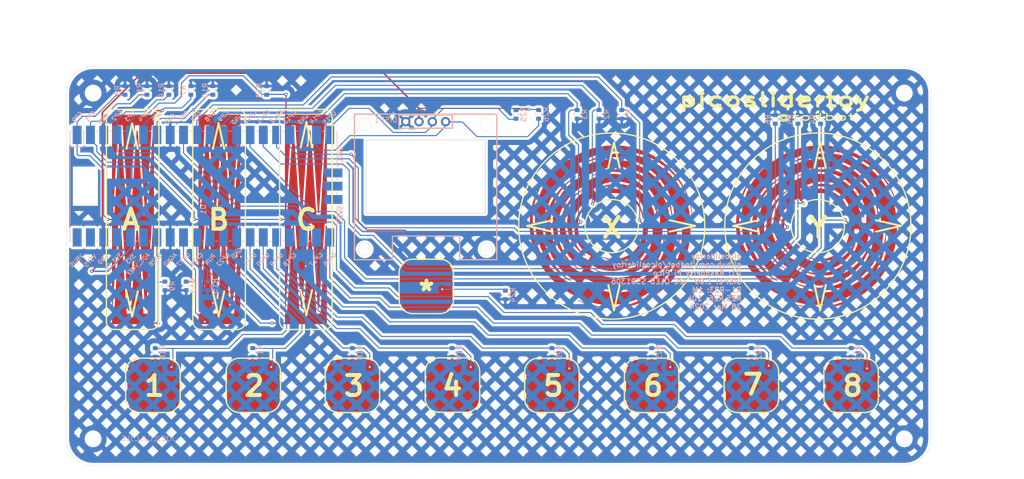
<source format=kicad_pcb>
(kicad_pcb (version 20240108) (generator "pcbnew") (generator_version "8.0")
  (layers (0 "F.Cu" signal) (31 "B.Cu" signal) (34 "B.Paste" user) (35 "F.Paste" user) (36 "B.SilkS" user "B.Silkscreen") (37 "F.SilkS" user "F.Silkscreen") (38 "B.Mask" user) (39 "F.Mask" user) (44 "Edge.Cuts" user))
  (net 0 "")
  (net 9 "/SCL")
  (net 10 "/SDA")
  (net 11 "/TPAD1")
  (net 12 "/TPAD2")
  (net 13 "+3V3")
  (net 14 "GND")
  (net 15 "/TPAD3")
  (net 16 "/TPAD4")
  (net 17 "/FADER1B")
  (net 18 "/FADER1C")
  (net 19 "/FADER1A")
  (net 20 "/FADER2A")
  (net 21 "/FADER2C")
  (net 22 "/FADER2B")
  (net 23 "/FADER3C")
  (net 24 "/FADER3B")
  (net 25 "/FADER3A")
  (net 26 "/ROT1A")
  (net 27 "/ROT1B")
  (net 28 "/ROT1C")
  (net 29 "/ROT2A")
  (net 30 "/ROT2B")
  (net 31 "/ROT2C")
  (net 32 "/TPAD5")
  (net 33 "/TPAD6")
  (net 34 "/TPAD7")
  (net 35 "/TPAD8")
  (net 36 "/TPAD9")
  (footprint "SparkFun-Switch:Pad-CapacitiveTouch" (layer "F.Cu") (at 156.329998 86.36)
    (property "Reference" "SW7")
    (property "Value" "Capacitive Button" (hide yes))
  )
  (footprint "MountingHole:MountingHole_2.7mm_M2.5" (layer "F.Cu") (at 185.42 30.48)
    (property "Reference" "H3" (hide yes))
    (property "Value" "MountingHole" (hide yes))
  )
  (footprint "SparkFun-Switch:Pad-CapacitiveTouch" (layer "F.Cu") (at 80.129998 86.36)
    (property "Reference" "SW3")
    (property "Value" "Capacitive Button" (hide yes))
  )
  (footprint "MountingHole:MountingHole_2.7mm_M2.5_ISO14580" (layer "F.Cu") (at 30.48 30.48)
    (property "Reference" "H1" (hide yes))
    (property "Value" "MountingHole" (hide yes))
  )
  (footprint "SparkFun-Switch:Pad-CapacitiveTouch" (layer "F.Cu") (at 99.179998 86.36)
    (property "Reference" "SW4")
    (property "Value" "Capacitive Button" (hide yes))
  )
  (footprint "SparkFun-Switch:Pad-CapacitiveTouch" (layer "F.Cu") (at 175.379998 86.36)
    (property "Reference" "SW8")
    (property "Value" "Capacitive Button" (hide yes))
  )
  (footprint "todbot_eagle2023:TOUCHROTARY1B" (layer "F.Cu") (at 129.494896 55.876893)
    (property "Reference" "TOUCHROTARY1" (hide yes))
    (property "Value" "~" (hide yes))
  )
  (footprint "SparkFun-Switch:Pad-CapacitiveTouch" (layer "F.Cu") (at 61.079998 86.36)
    (property "Reference" "SW2")
    (property "Value" "Capacitive Button" (hide yes))
  )
  (footprint "SparkFun-Switch:Pad-CapacitiveTouch" (layer "F.Cu") (at 42.029998 86.36)
    (property "Reference" "SW1")
    (property "Value" "Capacitive Button" (hide yes))
  )
  (footprint "SparkFun-Switch:Pad-CapacitiveTouch" (layer "F.Cu") (at 118.229998 86.36)
    (property "Reference" "SW5")
    (property "Value" "Capacitive Button" (hide yes))
  )
  (footprint "MountingHole:MountingHole_2.7mm_M2.5" (layer "F.Cu") (at 185.42 96.52)
    (property "Reference" "H4" (hide yes))
    (property "Value" "MountingHole" (hide yes))
  )
  (footprint "todbot_eagle2023:TOUCHROTARY1B" (layer "F.Cu") (at 168.91 55.876893)
    (property "Reference" "TOUCHROTARY2" (hide yes))
    (property "Value" "~" (hide yes))
  )
  (footprint "todbot_eagle2023:TOUCHSLIDER3_8x40B" (layer "F.Cu") (at 38.1 54.61)
    (property "Reference" "FADER1" (hide yes))
    (property "Value" "~" (hide yes))
  )
  (footprint "todbot_stuff:OLED-TH_under_fixed_L27.8-W27.2-P2.54_C9900033791" (layer "F.Cu") (at 94 35.94)
    (property "Reference" "DISP1")
    (property "Value" "HS96L03W2C03")
    (fp_rect (start -11.375 3.5) (end 11.375 17.5) (stroke (width 0.1)) (fill none) (layer "Edge.Cuts"))
    (fp_circle (center -11.65 0.56) (end -10.45 0.56) (stroke (width 0.05)) (fill none) (layer "Edge.Cuts"))
    (fp_circle (center -11.65 24.36) (end -10.45 24.36) (stroke (width 0.05)) (fill none) (layer "Edge.Cuts"))
    (fp_circle (center 11.65 0.56) (end 12.85 0.56) (stroke (width 0.05)) (fill none) (layer "Edge.Cuts"))
    (fp_circle (center 11.65 24.36) (end 12.85 24.36) (stroke (width 0.05)) (fill none) (layer "Edge.Cuts"))
  )
  (footprint "todbot_eagle2023:TOUCHSLIDER3_8x40B" (layer "F.Cu") (at 71.12 54.61)
    (property "Reference" "FADER3" (hide yes))
    (property "Value" "~" (hide yes))
  )
  (footprint "SparkFun-Switch:Pad-CapacitiveTouch" (layer "F.Cu") (at 94.1 67.4)
    (property "Reference" "SW9")
    (property "Value" "Capacitive Button")
  )
  (footprint "todbot_eagle2023:TOUCHSLIDER3_8x40B" (layer "F.Cu") (at 54.61 54.61)
    (property "Reference" "FADER2" (hide yes))
    (property "Value" "~" (hide yes))
  )
  (footprint "MountingHole:MountingHole_2.7mm_M2.5_ISO14580" (layer "F.Cu") (at 30.48 96.52)
    (property "Reference" "H2" (hide yes))
    (property "Value" "MountingHole" (hide yes))
  )
  (footprint "SparkFun-Switch:Pad-CapacitiveTouch" (layer "F.Cu") (at 137.279998 86.36)
    (property "Reference" "SW6")
    (property "Value" "Capacitive Button" (hide yes))
  )
  (footprint "Resistor_SMD:R_0603_1608Metric" (layer "B.Cu") (at 44.196 67.31 90)
    (property "Reference" "R9")
    (property "Value" "1M")
  )
  (footprint "Resistor_SMD:R_0603_1608Metric" (layer "B.Cu") (at 99.06 80.01 90)
    (property "Reference" "R19")
    (property "Value" "1M")
  )
  (footprint "Resistor_SMD:R_0603_1608Metric" (layer "B.Cu") (at 165.1 35.496 -90)
    (property "Reference" "R5")
    (property "Value" "1M")
  )
  (footprint "Resistor_SMD:R_0603_1608Metric" (layer "B.Cu") (at 36.576 29.972 -90)
    (property "Reference" "R8")
    (property "Value" "1M")
  )
  (footprint "Resistor_SMD:R_0603_1608Metric" (layer "B.Cu") (at 63.627 29.972 -90)
    (property "Reference" "R13")
    (property "Value" "1M")
  )
  (footprint "Resistor_SMD:R_0603_1608Metric" (layer "B.Cu") (at 53.34 29.972 -90)
    (property "Reference" "R10")
    (property "Value" "1M")
  )
  (footprint "Resistor_SMD:R_0603_1608Metric" (layer "B.Cu") (at 60.96 80.01 90)
    (property "Reference" "R17")
    (property "Value" "1M")
  )
  (footprint "Resistor_SMD:R_0603_1608Metric" (layer "B.Cu") (at 49.149 29.972 -90)
    (property "Reference" "R7")
    (property "Value" "1M")
  )
  (footprint "Resistor_SMD:R_0603_1608Metric" (layer "B.Cu") (at 40.767 29.972 -90)
    (property "Reference" "R11")
    (property "Value" "1M")
  )
  (footprint "Resistor_SMD:R_0603_1608Metric" (layer "B.Cu") (at 169.418 35.497 -90)
    (property "Reference" "R4")
    (property "Value" "1M")
  )
  (footprint "Resistor_SMD:R_0603_1608Metric" (layer "B.Cu") (at 175.26 80.01 90)
    (property "Reference" "R23")
    (property "Value" "1M")
  )
  (footprint "Resistor_SMD:R_0603_1608Metric" (layer "B.Cu") (at 42.355 80.01 90)
    (property "Reference" "R16")
    (property "Value" "1M")
  )
  (footprint "Resistor_SMD:R_0603_1608Metric" (layer "B.Cu") (at 109.22 69.025 90)
    (property "Reference" "R24")
    (property "Value" "1M")
  )
  (footprint "Resistor_SMD:R_0603_1608Metric" (layer "B.Cu") (at 52.324 67.31 90)
    (property "Reference" "R15")
    (property "Value" "1M")
  )
  (footprint "Resistor_SMD:R_0603_1608Metric" (layer "B.Cu") (at 118.11 80.01 90)
    (property "Reference" "R20")
    (property "Value" "1M")
  )
  (footprint "Resistor_SMD:R_0603_1608Metric" (layer "B.Cu") (at 156.21 80.01 90)
    (property "Reference" "R22")
    (property "Value" "1M")
  )
  (footprint "Resistor_SMD:R_0603_1608Metric" (layer "B.Cu") (at 48.26 67.31 90)
    (property "Reference" "R12")
    (property "Value" "1M")
  )
  (footprint "Resistor_SMD:R_0603_1608Metric" (layer "B.Cu") (at 137.16 80.01 90)
    (property "Reference" "R21")
    (property "Value" "1M")
  )
  (footprint "Resistor_SMD:R_0603_1608Metric" (layer "B.Cu") (at 80.01 80.01 90)
    (property "Reference" "R18")
    (property "Value" "1M")
  )
  (footprint "Resistor_SMD:R_0603_1608Metric" (layer "B.Cu") (at 122.936 34.544 90)
    (property "Reference" "R3")
    (property "Value" "1M")
  )
  (footprint "Resistor_SMD:R_0603_1608Metric" (layer "B.Cu") (at 160.782 35.497 -90)
    (property "Reference" "R6")
    (property "Value" "1M")
  )
  (footprint "Resistor_SMD:R_0603_1608Metric" (layer "B.Cu") (at 44.958 29.972 -90)
    (property "Reference" "R14")
    (property "Value" "1M")
  )
  (footprint "Resistor_SMD:R_0603_1608Metric" (layer "B.Cu") (at 111.252 34.544 90)
    (property "Reference" "R25")
    (property "Value" "10k")
  )
  (footprint "todbot_RPI_Pico:RPi_Pico_SMD" (layer "B.Cu") (at 51.562 48.26 -90)
    (property "Reference" "U1")
    (property "Value" "Pico")
  )
  (footprint "Resistor_SMD:R_0603_1608Metric" (layer "B.Cu") (at 131.445 34.544 90)
    (property "Reference" "R1")
    (property "Value" "1M")
  )
  (footprint "Resistor_SMD:R_0603_1608Metric" (layer "B.Cu") (at 115.57 34.544 90)
    (property "Reference" "R26")
    (property "Value" "10k")
  )
  (footprint "Resistor_SMD:R_0603_1608Metric" (layer "B.Cu") (at 127.127 34.544 90)
    (property "Reference" "R2")
    (property "Value" "1M")
  )
  (gr_line (start 172.659999 81.1) (end 177.859999 81.1) (stroke (width 0.254)) (layer "F.SilkS"))
  (gr_line (start 93.92 88.84) (end 93.919999 83.640001) (stroke (width 0.254)) (layer "F.SilkS"))
  (gr_arc (start 39.309999 91.499999) (mid 37.471521 90.738477) (end 36.709999 88.899999) (stroke (width 0.254)) (layer "F.SilkS"))
  (gr_line (start 91.5232 62.2) (end 96.7232 62.2) (stroke (width 0.254)) (layer "F.SilkS"))
  (gr_arc (start 101.719999 81.040001) (mid 103.558477 81.801523) (end 104.319999 83.640001) (stroke (width 0.254)) (layer "F.SilkS"))
  (gr_arc (start 58.479999 91.499999) (mid 56.641521 90.738477) (end 55.879999 88.899999) (stroke (width 0.254)) (layer "F.SilkS"))
  (gr_line (start 66.101631 35.113631) (end 66.101631 74.106369) (stroke (width 0.254)) (layer "F.SilkS"))
  (gr_line (start 161.409997 88.9) (end 161.409998 83.700001) (stroke (width 0.254)) (layer "F.SilkS"))
  (gr_arc (start 36.709998 83.7) (mid 37.47152 81.861522) (end 39.309998 81.1) (stroke (width 0.254)) (layer "F.SilkS"))
  (gr_arc (start 104.319998 88.84) (mid 103.558476 90.678478) (end 101.719998 91.44) (stroke (width 0.254)) (layer "F.SilkS"))
  (gr_line (start 77.409998 81.1) (end 82.609998 81.1) (stroke (width 0.254)) (layer "F.SilkS"))
  (gr_arc (start 34.544 75.630369) (mid 33.46637 75.184) (end 33.02 74.106369) (stroke (width 0.254)) (layer "F.SilkS"))
  (gr_line (start 76.138369 74.106369) (end 76.138369 35.113631) (stroke (width 0.254)) (layer "F.SilkS"))
  (gr_line (start 123.309997 88.9) (end 123.309998 83.700001) (stroke (width 0.254)) (layer "F.SilkS"))
  (gr_arc (start 93.919999 83.640001) (mid 94.681521 81.801523) (end 96.519999 81.040001) (stroke (width 0.254)) (layer "F.SilkS"))
  (gr_line (start 67.625631 75.630369) (end 74.614369 75.630369) (stroke (width 0.254)) (layer "F.SilkS"))
  (gr_line (start 134.559999 81.1) (end 139.759999 81.1) (stroke (width 0.254)) (layer "F.SilkS"))
  (gr_arc (start 49.53 35.113631) (mid 49.976369 34.036) (end 51.054 33.589631) (stroke (width 0.254)) (layer "F.SilkS"))
  (gr_arc (start 115.509999 91.499999) (mid 113.671521 90.738477) (end 112.909999 88.899999) (stroke (width 0.254)) (layer "F.SilkS"))
  (gr_line (start 36.709999 88.899999) (end 36.709998 83.7) (stroke (width 0.254)) (layer "F.SilkS"))
  (gr_line (start 82.609997 91.499999) (end 77.409999 91.499999) (stroke (width 0.254)) (layer "F.SilkS"))
  (gr_line (start 55.879999 88.899999) (end 55.879998 83.7) (stroke (width 0.254)) (layer "F.SilkS"))
  (gr_line (start 88.923201 69.999999) (end 88.9232 64.8) (stroke (width 0.254)) (layer "F.SilkS"))
  (gr_arc (start 158.809998 81.1) (mid 160.648476 81.861522) (end 161.409998 83.7) (stroke (width 0.254)) (layer "F.SilkS"))
  (gr_arc (start 91.523201 72.599999) (mid 89.684723 71.838477) (end 88.923201 69.999999) (stroke (width 0.254)) (layer "F.SilkS"))
  (gr_arc (start 151.009998 83.7) (mid 151.77152 81.861522) (end 153.609998 81.1) (stroke (width 0.254)) (layer "F.SilkS"))
  (gr_arc (start 58.042738 33.589631) (mid 59.12037 34.036) (end 59.566738 35.113631) (stroke (width 0.254)) (layer "F.SilkS"))
  (gr_line (start 153.609998 81.1) (end 158.809998 81.1) (stroke (width 0.254)) (layer "F.SilkS"))
  (gr_line (start 58.479998 81.1) (end 63.679998 81.1) (stroke (width 0.254)) (layer "F.SilkS"))
  (gr_line (start 74.809999 88.899999) (end 74.809998 83.7) (stroke (width 0.254)) (layer "F.SilkS"))
  (gr_line (start 49.53 35.113631) (end 49.53 74.106369) (stroke (width 0.254)) (layer "F.SilkS"))
  (gr_arc (start 66.279997 88.899999) (mid 65.518475 90.738477) (end 63.679997 91.499999) (stroke (width 0.254)) (layer "F.SilkS"))
  (gr_line (start 33.02 35.113631) (end 33.02 74.106369) (stroke (width 0.254)) (layer "F.SilkS"))
  (gr_arc (start 88.9232 64.8) (mid 89.684722 62.961522) (end 91.5232 62.2) (stroke (width 0.254)) (layer "F.SilkS"))
  (gr_circle (center 168.91 55.88) (end 173.99 55.88) (stroke (width 0.254)) (fill none) (layer "F.SilkS"))
  (gr_circle (center 168.91 55.876893) (end 186.69 55.876893) (stroke (width 0.254)) (fill none) (layer "F.SilkS"))
  (gr_arc (start 96.7232 62.2) (mid 98.561678 62.961522) (end 99.3232 64.8) (stroke (width 0.254)) (layer "F.SilkS"))
  (gr_line (start 96.723199 72.599999) (end 91.523201 72.599999) (stroke (width 0.254)) (layer "F.SilkS"))
  (gr_arc (start 120.709998 81.1) (mid 122.548476 81.861522) (end 123.309998 83.7) (stroke (width 0.254)) (layer "F.SilkS"))
  (gr_arc (start 99.323199 69.999999) (mid 98.561677 71.838477) (end 96.723199 72.599999) (stroke (width 0.254)) (layer "F.SilkS"))
  (gr_arc (start 180.459998 88.899999) (mid 179.698476 90.738477) (end 177.859998 91.499999) (stroke (width 0.254)) (layer "F.SilkS"))
  (gr_line (start 139.759998 91.499999) (end 134.56 91.499999) (stroke (width 0.254)) (layer "F.SilkS"))
  (gr_line (start 34.544 75.630369) (end 41.532738 75.630369) (stroke (width 0.254)) (layer "F.SilkS"))
  (gr_line (start 47.109997 88.9) (end 47.109998 83.700001) (stroke (width 0.254)) (layer "F.SilkS"))
  (gr_arc (start 74.809998 83.7) (mid 75.57152 81.861522) (end 77.409998 81.1) (stroke (width 0.254)) (layer "F.SilkS"))
  (gr_arc (start 153.609999 91.499999) (mid 151.771521 90.738477) (end 151.009999 88.899999) (stroke (width 0.254)) (layer "F.SilkS"))
  (gr_line (start 41.532738 33.589631) (end 34.544 33.589631) (stroke (width 0.254)) (layer "F.SilkS"))
  (gr_arc (start 47.109997 88.899999) (mid 46.348475 90.738477) (end 44.509997 91.499999) (stroke (width 0.254)) (layer "F.SilkS"))
  (gr_line (start 66.279997 88.9) (end 66.279998 83.700001) (stroke (width 0.254)) (layer "F.SilkS"))
  (gr_line (start 115.509998 81.1) (end 120.709998 81.1) (stroke (width 0.254)) (layer "F.SilkS"))
  (gr_arc (start 131.959999 83.7) (mid 132.721521 81.861522) (end 134.559999 81.1) (stroke (width 0.254)) (layer "F.SilkS"))
  (gr_arc (start 142.359998 88.899999) (mid 141.598476 90.738477) (end 139.759998 91.499999) (stroke (width 0.254)) (layer "F.SilkS"))
  (gr_line (start 170.06 88.899999) (end 170.059999 83.7) (stroke (width 0.254)) (layer "F.SilkS"))
  (gr_arc (start 43.056738 74.106369) (mid 42.610369 75.184) (end 41.532738 75.630369) (stroke (width 0.254)) (layer "F.SilkS"))
  (gr_arc (start 177.859999 81.1) (mid 179.698477 81.861522) (end 180.459999 83.7) (stroke (width 0.254)) (layer "F.SilkS"))
  (gr_arc (start 139.759999 81.1) (mid 141.598477 81.861522) (end 142.359999 83.7) (stroke (width 0.254)) (layer "F.SilkS"))
  (gr_arc (start 170.059999 83.7) (mid 170.821521 81.861522) (end 172.659999 81.1) (stroke (width 0.254)) (layer "F.SilkS"))
  (gr_arc (start 33.02 35.113631) (mid 33.466369 34.036) (end 34.544 33.589631) (stroke (width 0.254)) (layer "F.SilkS"))
  (gr_line (start 180.459998 88.9) (end 180.459999 83.700001) (stroke (width 0.254)) (layer "F.SilkS"))
  (gr_line (start 85.209997 88.9) (end 85.209998 83.700001) (stroke (width 0.254)) (layer "F.SilkS"))
  (gr_arc (start 112.909998 83.7) (mid 113.67152 81.861522) (end 115.509998 81.1) (stroke (width 0.254)) (layer "F.SilkS"))
  (gr_arc (start 134.56 91.499999) (mid 132.721522 90.738477) (end 131.96 88.899999) (stroke (width 0.254)) (layer "F.SilkS"))
  (gr_line (start 158.809997 91.499999) (end 153.609999 91.499999) (stroke (width 0.254)) (layer "F.SilkS"))
  (gr_arc (start 67.625631 75.630369) (mid 66.548 75.184) (end 66.101631 74.106369) (stroke (width 0.254)) (layer "F.SilkS"))
  (gr_arc (start 77.409999 91.499999) (mid 75.571521 90.738477) (end 74.809999 88.899999) (stroke (width 0.254)) (layer "F.SilkS"))
  (gr_line (start 120.709997 91.499999) (end 115.509999 91.499999) (stroke (width 0.254)) (layer "F.SilkS"))
  (gr_line (start 112.909999 88.899999) (end 112.909998 83.7) (stroke (width 0.254)) (layer "F.SilkS"))
  (gr_arc (start 123.309997 88.899999) (mid 122.548475 90.738477) (end 120.709997 91.499999) (stroke (width 0.254)) (layer "F.SilkS"))
  (gr_line (start 59.566738 74.106369) (end 59.566738 35.113631) (stroke (width 0.254)) (layer "F.SilkS"))
  (gr_line (start 99.323199 70) (end 99.3232 64.800001) (stroke (width 0.254)) (layer "F.SilkS"))
  (gr_line (start 104.319998 88.840001) (end 104.319999 83.640002) (stroke (width 0.254)) (layer "F.SilkS"))
  (gr_line (start 131.96 88.899999) (end 131.959999 83.7) (stroke (width 0.254)) (layer "F.SilkS"))
  (gr_line (start 142.359998 88.9) (end 142.359999 83.700001) (stroke (width 0.254)) (layer "F.SilkS"))
  (gr_line (start 74.614369 33.589631) (end 67.625631 33.589631) (stroke (width 0.254)) (layer "F.SilkS"))
  (gr_arc (start 51.054 75.630369) (mid 49.97637 75.184) (end 49.53 74.106369) (stroke (width 0.254)) (layer "F.SilkS"))
  (gr_line (start 44.509997 91.499999) (end 39.309999 91.499999) (stroke (width 0.254)) (layer "F.SilkS"))
  (gr_arc (start 44.509998 81.1) (mid 46.348476 81.861522) (end 47.109998 83.7) (stroke (width 0.254)) (layer "F.SilkS"))
  (gr_arc (start 55.879998 83.7) (mid 56.64152 81.861522) (end 58.479998 81.1) (stroke (width 0.254)) (layer "F.SilkS"))
  (gr_arc (start 66.101631 35.113631) (mid 66.548 34.036) (end 67.625631 33.589631) (stroke (width 0.254)) (layer "F.SilkS"))
  (gr_line (start 101.719998 91.44) (end 96.52 91.44) (stroke (width 0.254)) (layer "F.SilkS"))
  (gr_circle (center 129.54 55.876893) (end 147.274896 57.098119) (stroke (width 0.254)) (fill none) (layer "F.SilkS"))
  (gr_line (start 43.056738 74.106369) (end 43.056738 35.113631) (stroke (width 0.254)) (layer "F.SilkS"))
  (gr_line (start 58.042738 33.589631) (end 51.054 33.589631) (stroke (width 0.254)) (layer "F.SilkS"))
  (gr_line (start 39.309998 81.1) (end 44.509998 81.1) (stroke (width 0.254)) (layer "F.SilkS"))
  (gr_arc (start 85.209997 88.899999) (mid 84.448475 90.738477) (end 82.609997 91.499999) (stroke (width 0.254)) (layer "F.SilkS"))
  (gr_arc (start 161.409997 88.899999) (mid 160.648475 90.738477) (end 158.809997 91.499999) (stroke (width 0.254)) (layer "F.SilkS"))
  (gr_arc (start 82.609998 81.1) (mid 84.448476 81.861522) (end 85.209998 83.7) (stroke (width 0.254)) (layer "F.SilkS"))
  (gr_arc (start 74.614369 33.589631) (mid 75.692 34.036) (end 76.138369 35.113631) (stroke (width 0.254)) (layer "F.SilkS"))
  (gr_line (start 151.009999 88.899999) (end 151.009998 83.7) (stroke (width 0.254)) (layer "F.SilkS"))
  (gr_line (start 177.859998 91.499999) (end 172.66 91.499999) (stroke (width 0.254)) (layer "F.SilkS"))
  (gr_line (start 63.679997 91.499999) (end 58.479999 91.499999) (stroke (width 0.254)) (layer "F.SilkS"))
  (gr_line (start 51.054 75.630369) (end 58.042738 75.630369) (stroke (width 0.254)) (layer "F.SilkS"))
  (gr_line (start 96.519999 81.040001) (end 101.719999 81.040001) (stroke (width 0.254)) (layer "F.SilkS"))
  (gr_arc (start 63.679998 81.1) (mid 65.518476 81.861522) (end 66.279998 83.7) (stroke (width 0.254)) (layer "F.SilkS"))
  (gr_arc (start 76.138369 74.106369) (mid 75.692 75.184) (end 74.614369 75.630369) (stroke (width 0.254)) (layer "F.SilkS"))
  (gr_circle (center 129.54 55.88) (end 134.62 55.88) (stroke (width 0.254)) (fill none) (layer "F.SilkS"))
  (gr_arc (start 59.566738 74.106369) (mid 59.120369 75.184) (end 58.042738 75.630369) (stroke (width 0.254)) (layer "F.SilkS"))
  (gr_arc (start 41.532738 33.589631) (mid 42.61037 34.036) (end 43.056738 35.113631) (stroke (width 0.254)) (layer "F.SilkS"))
  (gr_arc (start 96.52 91.44) (mid 94.681522 90.678478) (end 93.92 88.84) (stroke (width 0.254)) (layer "F.SilkS"))
  (gr_arc (start 172.66 91.499999) (mid 170.821522 90.738477) (end 170.06 88.899999) (stroke (width 0.254)) (layer "F.SilkS"))
  (gr_line (start 30.48 25.4) (end 185.42 25.4) (stroke (width 0.05)) (layer "Edge.Cuts"))
  (gr_arc (start 25.4 30.48) (mid 26.887898 26.887898) (end 30.48 25.4) (stroke (width 0.05)) (layer "Edge.Cuts"))
  (gr_line (start 30.48 101.6) (end 185.42 101.6) (stroke (width 0.05)) (layer "Edge.Cuts"))
  (gr_line (start 25.399998 96.520002) (end 25.4 30.48) (stroke (width 0.05)) (layer "Edge.Cuts"))
  (gr_arc (start 30.479998 101.600002) (mid 26.887896 100.112104) (end 25.399998 96.520002) (stroke (width 0.05)) (layer "Edge.Cuts"))
  (gr_arc (start 190.5 96.52) (mid 189.012102 100.112102) (end 185.42 101.6) (stroke (width 0.05)) (layer "Edge.Cuts"))
  (gr_line (start 190.5 30.48) (end 190.5 96.52) (stroke (width 0.05)) (layer "Edge.Cuts"))
  (gr_arc (start 185.42 25.4) (mid 189.012102 26.887898) (end 190.5 30.48) (stroke (width 0.05)) (layer "Edge.Cuts"))
  (gr_text "JOCJLCJLCJLC" (at 46.355 97.028 0) (layer "B.SilkS") (effects (font (size 1 1) (thickness 0.1)) (justify left bottom mirror)))
  (gr_text "picoslidertoy\ngithub.com/todbot/picoslidertoy\nU1: Raspberry Pi Pico\nDISP1: 1.09{dblquote} I2C OLED SSD1306\nR1-R23: 1M\nR25,R26: 10k\n28 Mar 2024" (at 154.432 71.882 0) (layer "B.SilkS") (effects (font (size 1 1) (thickness 0.2) (bold yes)) (justify left bottom mirror)))
  (gr_text "2" (at 58.928 88.646 0) (layer "F.SilkS") (effects (font (size 3.81 3.81) (thickness 0.762) (bold yes)) (justify left bottom)))
  (gr_text "6" (at 135.128 88.646 0) (layer "F.SilkS") (effects (font (size 3.81 3.81) (thickness 0.762) (bold yes)) (justify left bottom)))
  (gr_text "A" (at 35.56 56.896 0) (layer "F.SilkS") (effects (font (size 3.81 3.81) (thickness 0.762) (bold yes)) (justify left bottom)))
  (gr_text "8" (at 173.228 88.646 0) (layer "F.SilkS") (effects (font (size 3.81 3.81) (thickness 0.762) (bold yes)) (justify left bottom)))
  (gr_text "B" (at 52.07 56.896 0) (layer "F.SilkS") (effects (font (size 3.81 3.81) (thickness 0.762) (bold yes)) (justify left bottom)))
  (gr_text "<    >" (at 111.633 57.785 0) (layer "F.SilkS") (effects (font (size 3.81 6.35) (thickness 0.381) (bold yes)) (justify left bottom)))
  (gr_text "7" (at 154.178 88.392 0) (layer "F.SilkS") (effects (font (size 3.81 3.81) (thickness 0.762) (bold yes)) (justify left bottom)))
  (gr_text "picoslidertoy" (at 141.986 33.274 0) (layer "F.SilkS") (effects (font (size 2.54 3.81) (thickness 0.635) (bold yes)) (justify left bottom)))
  (gr_text "@todbot" (at 160.528 35.814 0) (layer "F.SilkS") (effects (font (size 1.27 2.54) (thickness 0.254)) (justify left bottom)))
  (gr_text "1" (at 39.878 88.646 0) (layer "F.SilkS") (effects (font (size 3.81 3.81) (thickness 0.762) (bold yes)) (justify left bottom)))
  (gr_text "X" (at 127.254 58.42 0) (layer "F.SilkS") (effects (font (size 3.81 3.81) (thickness 0.762) (bold yes)) (justify left bottom)))
  (gr_text "Y" (at 166.878 58.42 0) (layer "F.SilkS") (effects (font (size 3.81 3.81) (thickness 0.762) (bold yes)) (justify left bottom)))
  (gr_text "<    >" (at 171.281725 73.732488 90) (layer "F.SilkS") (effects (font (size 3.81 6.35) (thickness 0.381) (bold yes)) (justify left bottom)))
  (gr_text "3" (at 77.978 88.646 0) (layer "F.SilkS") (effects (font (size 3.81 3.81) (thickness 0.762) (bold yes)) (justify left bottom)))
  (gr_text "<     >" (at 56.388 74.93 90) (layer "F.SilkS") (effects (font (size 3.81 6.35) (thickness 0.381) (bold yes)) (justify left bottom)))
  (gr_text "C" (at 68.834 56.896 0) (layer "F.SilkS") (effects (font (size 3.81 3.81) (thickness 0.762) (bold yes)) (justify left bottom)))
  (gr_text "5" (at 116.078 88.646 0) (layer "F.SilkS") (effects (font (size 3.81 3.81) (thickness 0.762) (bold yes)) (justify left bottom)))
  (gr_text "<    >" (at 131.911725 73.732488 90) (layer "F.SilkS") (effects (font (size 3.81 6.35) (thickness 0.381) (bold yes)) (justify left bottom)))
  (gr_text "<    >" (at 151.003 57.785 0) (layer "F.SilkS") (effects (font (size 3.81 6.35) (thickness 0.381) (bold yes)) (justify left bottom)))
  (gr_text "4" (at 96.774 88.646 0) (layer "F.SilkS") (effects (font (size 3.81 3.81) (thickness 0.762) (bold yes)) (justify left bottom)))
  (gr_text "<     >" (at 39.878 74.93 90) (layer "F.SilkS") (effects (font (size 3.81 6.35) (thickness 0.381) (bold yes)) (justify left bottom)))
  (gr_text "*" (at 92.202 70.6328 0) (layer "F.SilkS") (effects (font (size 3.81 3.81) (thickness 0.762) (bold yes)) (justify left bottom)))
  (gr_text "<     >" (at 73.152 74.676 90) (layer "F.SilkS") (effects (font (size 3.81 6.35) (thickness 0.381) (bold yes)) (justify left bottom)))
  (segment (start 97.41 33.4) (end 95.25 35.56) (width 0.2) (layer "B.Cu") (net 9))
  (segment (start 94 38) (end 87.8 38) (width 0.2) (layer "B.Cu") (net 9))
  (segment (start 87.8 38) (end 83.2 33.4) (width 0.2) (layer "B.Cu") (net 9))
  (segment (start 109.918 35.496) (end 107.822 33.4) (width 0.2) (layer "B.Cu") (net 9))
  (segment (start 111.125 35.496) (end 109.918 35.496) (width 0.2) (layer "B.Cu") (net 9))
  (segment (start 83.2 33.4) (end 79.4 33.4) (width 0.2) (layer "B.Cu") (net 9))
  (segment (start 95.27 35.94) (end 95.27 36.73) (width 0.2) (layer "B.Cu") (net 9))
  (segment (start 107.822 33.4) (end 97.41 33.4) (width 0.2) (layer "B.Cu") (net 9))
  (segment (start 95.27 36.73) (end 94 38) (width 0.2) (layer "B.Cu") (net 9))
  (segment (start 79.4 33.4) (end 75.692 37.108) (width 0.2) (layer "B.Cu") (net 9))
  (segment (start 75.692 37.108) (end 75.692 39.37) (width 0.2) (layer "B.Cu") (net 9))
  (segment (start 97.87 36) (end 97.81 35.94) (width 0.2) (layer "B.Cu") (net 10))
  (segment (start 96 38.6) (end 97.81 36.79) (width 0.2) (layer "B.Cu") (net 10))
  (segment (start 76.708 41.402) (end 79.51 38.6) (width 0.2) (layer "B.Cu") (net 10))
  (segment (start 101 36) (end 97.87 36) (width 0.2) (layer "B.Cu") (net 10))
  (segment (start 97.81 36.79) (end 97.81 35.94) (width 0.2) (layer "B.Cu") (net 10))
  (segment (start 79.51 38.6) (end 96 38.6) (width 0.2) (layer "B.Cu") (net 10))
  (segment (start 103.8 38.8) (end 101 36) (width 0.2) (layer "B.Cu") (net 10))
  (segment (start 113.473 38.8) (end 103.8 38.8) (width 0.2) (layer "B.Cu") (net 10))
  (segment (start 73.914 41.402) (end 76.708 41.402) (width 0.2) (layer "B.Cu") (net 10))
  (segment (start 115.57 36.703) (end 113.473 38.8) (width 0.2) (layer "B.Cu") (net 10))
  (segment (start 73.152 39.37) (end 73.152 40.64) (width 0.2) (layer "B.Cu") (net 10))
  (segment (start 73.152 40.64) (end 73.914 41.402) (width 0.2) (layer "B.Cu") (net 10))
  (segment (start 115.57 35.369) (end 115.57 36.703) (width 0.2) (layer "B.Cu") (net 10))
  (segment (start 45.72 82.296) (end 42.029998 85.986002) (width 0.2) (layer "F.Cu") (net 11))
  (segment (start 42.029998 85.986002) (end 42.029998 86.36) (width 0.2) (layer "F.Cu") (net 11))
  (via (at 45.466 82.804) (size 0.6) (drill 0.3) (layers "F.Cu" "B.Cu") (net 11))
  (segment (start 59.055 76.581) (end 66.548 76.581) (width 0.2) (layer "B.Cu") (net 11))
  (segment (start 42.418 79.248) (end 45.72 79.248) (width 0.2) (layer "B.Cu") (net 11))
  (segment (start 45.72 79.248) (end 56.388 79.248) (width 0.2) (layer "B.Cu") (net 11))
  (segment (start 45.72 82.296) (end 45.72 79.248) (width 0.2) (layer "B.Cu") (net 11))
  (segment (start 55.372 61.468) (end 55.372 57.15) (width 0.2) (layer "B.Cu") (net 11))
  (segment (start 56.388 79.248) (end 59.055 76.581) (width 0.2) (layer "B.Cu") (net 11))
  (segment (start 45.466 82.55) (end 45.466 82.804) (width 0.2) (layer "B.Cu") (net 11))
  (segment (start 67.437 75.692) (end 67.437 73.533) (width 0.2) (layer "B.Cu") (net 11))
  (segment (start 67.437 73.533) (end 55.372 61.468) (width 0.2) (layer "B.Cu") (net 11))
  (segment (start 66.548 76.581) (end 67.437 75.692) (width 0.2) (layer "B.Cu") (net 11))
  (segment (start 45.72 82.296) (end 45.466 82.55) (width 0.2) (layer "B.Cu") (net 11))
  (segment (start 42.355 79.185) (end 42.418 79.248) (width 0.2) (layer "B.Cu") (net 11))
  (segment (start 61.079998 86.240002) (end 64.77 82.55) (width 0.2) (layer "F.Cu") (net 12))
  (segment (start 61.079998 86.36) (end 61.079998 86.240002) (width 0.2) (layer "F.Cu") (net 12))
  (via (at 64.516 82.804) (size 0.6) (drill 0.3) (layers "F.Cu" "B.Cu") (net 12))
  (segment (start 60.452 64.008) (end 60.452 57.15) (width 0.2) (layer "B.Cu") (net 12))
  (segment (start 70.358 76.073) (end 70.358 73.914) (width 0.2) (layer "B.Cu") (net 12))
  (segment (start 67.183 79.248) (end 70.358 76.073) (width 0.2) (layer "B.Cu") (net 12))
  (segment (start 70.358 73.914) (end 60.452 64.008) (width 0.2) (layer "B.Cu") (net 12))
  (segment (start 64.77 79.248) (end 61.023 79.248) (width 0.2) (layer "B.Cu") (net 12))
  (segment (start 61.023 79.248) (end 60.96 79.185) (width 0.2) (layer "B.Cu") (net 12))
  (segment (start 64.77 79.248) (end 67.183 79.248) (width 0.2) (layer "B.Cu") (net 12))
  (segment (start 64.77 82.55) (end 64.77 79.248) (width 0.2) (layer "B.Cu") (net 12))
  (segment (start 32.258 62.484) (end 30.226 64.516) (width 0.3) (layer "F.Cu") (net 13))
  (segment (start 92.71 33.401) (end 85.979 26.67) (width 0.3) (layer "F.Cu") (net 13))
  (segment (start 92.71 35.92) (end 92.71 34) (width 0.3) (layer "F.Cu") (net 13))
  (segment (start 92.71 34) (end 92.71 33.401) (width 0.3) (layer "F.Cu") (net 13))
  (segment (start 113.4 33.6) (end 113.6 33.6) (width 0.2) (layer "F.Cu") (net 13))
  (segment (start 92.73 35.94) (end 92.71 35.92) (width 0.3) (layer "F.Cu") (net 13))
  (segment (start 92.711 33.4) (end 113.2 33.4) (width 0.2) (layer "F.Cu") (net 13))
  (segment (start 32.258 34.163) (end 32.258 62.484) (width 0.3) (layer "F.Cu") (net 13))
  (segment (start 113.2 33.4) (end 113.4 33.6) (width 0.2) (layer "F.Cu") (net 13))
  (segment (start 92.71 33.401) (end 92.711 33.4) (width 0.2) (layer "F.Cu") (net 13))
  (segment (start 39.751 26.67) (end 32.258 34.163) (width 0.3) (layer "F.Cu") (net 13))
  (segment (start 85.979 26.67) (end 39.751 26.67) (width 0.3) (layer "F.Cu") (net 13))
  (via (at 30.226 64.516) (size 0.6) (drill 0.3) (layers "F.Cu" "B.Cu") (net 13))
  (via (at 113.6 33.6) (size 0.6) (drill 0.3) (layers "F.Cu" "B.Cu") (net 13))
  (segment (start 115.451 33.6) (end 115.57 33.719) (width 0.2) (layer "B.Cu") (net 13))
  (segment (start 37.592 57.15) (end 37.592 60.198) (width 0.3) (layer "B.Cu") (net 13))
  (segment (start 37.592 60.198) (end 33.274 64.516) (width 0.3) (layer "B.Cu") (net 13))
  (segment (start 111.125 33.846) (end 111.371 33.6) (width 0.2) (layer "B.Cu") (net 13))
  (segment (start 111.371 33.6) (end 113.6 33.6) (width 0.2) (layer "B.Cu") (net 13))
  (segment (start 33.274 64.516) (end 30.226 64.516) (width 0.3) (layer "B.Cu") (net 13))
  (segment (start 110.935 33.846) (end 111.125 33.846) (width 0.2) (layer "B.Cu") (net 13))
  (segment (start 113.6 33.6) (end 115.451 33.6) (width 0.2) (layer "B.Cu") (net 13))
  (segment (start 42.164 81.026) (end 42.355 80.835) (width 0.2) (layer "B.Cu") (net 14))
  (segment (start 83.312 83.177998) (end 83.312 82.804) (width 0.2) (layer "F.Cu") (net 15))
  (segment (start 80.129998 86.36) (end 83.312 83.177998) (width 0.2) (layer "F.Cu") (net 15))
  (via (at 83.312 82.804) (size 0.6) (drill 0.3) (layers "F.Cu" "B.Cu") (net 15))
  (segment (start 83.312 82.804) (end 83.312 80.264) (width 0.2) (layer "B.Cu") (net 15))
  (segment (start 82.233 79.185) (end 80.01 79.185) (width 0.2) (layer "B.Cu") (net 15))
  (segment (start 83.312 80.264) (end 82.233 79.185) (width 0.2) (layer "B.Cu") (net 15))
  (segment (start 62.992 57.15) (end 62.992 64.008) (width 0.2) (layer "B.Cu") (net 15))
  (segment (start 62.992 64.008) (end 78.169 79.185) (width 0.2) (layer "B.Cu") (net 15))
  (segment (start 78.169 79.185) (end 80.01 79.185) (width 0.2) (layer "B.Cu") (net 15))
  (segment (start 99.06 86.36) (end 99.179998 86.36) (width 0.2) (layer "F.Cu") (net 16))
  (segment (start 99.179998 86.36) (end 102.616 82.923998) (width 0.2) (layer "F.Cu") (net 16))
  (segment (start 102.616 82.923998) (end 102.616 82.804) (width 0.2) (layer "F.Cu") (net 16))
  (via (at 102.616 82.804) (size 0.6) (drill 0.3) (layers "F.Cu" "B.Cu") (net 16))
  (segment (start 102.616 82.804) (end 102.616 80.772) (width 0.2) (layer "B.Cu") (net 16))
  (segment (start 101.029 79.185) (end 99.06 79.185) (width 0.2) (layer "B.Cu") (net 16))
  (segment (start 85.1286 79.185) (end 81.407 75.4634) (width 0.2) (layer "B.Cu") (net 16))
  (segment (start 99.06 79.185) (end 85.1286 79.185) (width 0.2) (layer "B.Cu") (net 16))
  (segment (start 102.616 80.772) (end 101.029 79.185) (width 0.2) (layer "B.Cu") (net 16))
  (segment (start 65.532 64.008) (end 65.532 57.15) (width 0.2) (layer "B.Cu") (net 16))
  (segment (start 81.407 75.4634) (end 76.9874 75.4634) (width 0.2) (layer "B.Cu") (net 16))
  (segment (start 76.9874 75.4634) (end 65.532 64.008) (width 0.2) (layer "B.Cu") (net 16))
  (segment (start 34.3 54.61) (end 33.274 54.61) (width 0.2) (layer "F.Cu") (net 17))
  (via (at 33.274 54.61) (size 0.6) (drill 0.3) (layers "F.Cu" "B.Cu") (net 17))
  (segment (start 32.512 45.085) (end 29.845 42.418) (width 0.2) (layer "B.Cu") (net 17))
  (segment (start 36.5374 30.8356) (end 34.9504 30.8356) (width 0.2) (layer "B.Cu") (net 17))
  (segment (start 32.512 53.848) (end 32.512 45.085) (width 0.2) (layer "B.Cu") (net 17))
  (segment (start 27.432 35.9664) (end 27.432 39.37) (width 0.2) (layer "B.Cu") (net 17))
  (segment (start 30.861 34.925) (end 28.4734 34.925) (width 0.2) (layer "B.Cu") (net 17))
  (segment (start 28.4734 34.925) (end 27.432 35.9664) (width 0.2) (layer "B.Cu") (net 17))
  (segment (start 27.432 42.164) (end 27.432 39.37) (width 0.2) (layer "B.Cu") (net 17))
  (segment (start 27.686 42.418) (end 27.432 42.164) (width 0.2) (layer "B.Cu") (net 17))
  (segment (start 33.274 54.61) (end 32.512 53.848) (width 0.2) (layer "B.Cu") (net 17))
  (segment (start 36.576 30.797) (end 36.5374 30.8356) (width 0.2) (layer "B.Cu") (net 17))
  (segment (start 34.9504 30.8356) (end 30.861 34.925) (width 0.2) (layer "B.Cu") (net 17))
  (segment (start 29.845 42.418) (end 27.686 42.418) (width 0.2) (layer "B.Cu") (net 17))
  (segment (start 35.3 74.41) (end 42.914 74.41) (width 0.2) (layer "F.Cu") (net 18))
  (segment (start 42.914 74.41) (end 42.926 74.422) (width 0.2) (layer "F.Cu") (net 18))
  (via (at 42.926 74.422) (size 0.6) (drill 0.3) (layers "F.Cu" "B.Cu") (net 18))
  (segment (start 42.672 61.468) (end 42.672 57.15) (width 0.2) (layer "B.Cu") (net 18))
  (segment (start 42.926 66.548) (end 42.926 61.722) (width 0.2) (layer "B.Cu") (net 18))
  (segment (start 42.926 66.548) (end 44.133 66.548) (width 0.2) (layer "B.Cu") (net 18))
  (segment (start 42.926 61.722) (end 42.672 61.468) (width 0.2) (layer "B.Cu") (net 18))
  (segment (start 44.133 66.548) (end 44.196 66.485) (width 0.2) (layer "B.Cu") (net 18))
  (segment (start 42.926 74.422) (end 42.926 66.548) (width 0.2) (layer "B.Cu") (net 18))
  (segment (start 43.688 33.782) (end 42.672 33.782) (width 0.2) (layer "F.Cu") (net 19))
  (segment (start 42.672 33.782) (end 41.644 34.81) (width 0.2) (layer "F.Cu") (net 19))
  (segment (start 41.644 34.81) (end 34.3032 34.81) (width 0.2) (layer "F.Cu") (net 19))
  (via (at 43.688 33.782) (size 0.6) (drill 0.3) (layers "F.Cu" "B.Cu") (net 19))
  (segment (start 49.149 31.623) (end 49.149 30.797) (width 0.2) (layer "B.Cu") (net 19))
  (segment (start 42.672 34.036) (end 40.132 36.576) (width 0.2) (layer "B.Cu") (net 19))
  (segment (start 40.132 36.576) (end 40.132 39.37) (width 0.2) (layer "B.Cu") (net 19))
  (segment (start 47.4472 33.3248) (end 49.149 31.623) (width 0.2) (layer "B.Cu") (net 19))
  (segment (start 43.688 33.782) (end 43.434 34.036) (width 0.2) (layer "B.Cu") (net 19))
  (segment (start 43.688 33.782) (end 44.1452 33.3248) (width 0.2) (layer "B.Cu") (net 19))
  (segment (start 43.434 34.036) (end 42.672 34.036) (width 0.2) (layer "B.Cu") (net 19))
  (segment (start 44.1452 33.3248) (end 47.4472 33.3248) (width 0.2) (layer "B.Cu") (net 19))
  (segment (start 49.6582 33.655) (end 50.8132 34.81) (width 0.2) (layer "F.Cu") (net 20))
  (segment (start 49.657 33.655) (end 49.6582 33.655) (width 0.2) (layer "F.Cu") (net 20))
  (via (at 49.657 33.655) (size 0.6) (drill 0.3) (layers "F.Cu" "B.Cu") (net 20))
  (segment (start 49.5554 33.655) (end 47.9044 35.306) (width 0.2) (layer "B.Cu") (net 20))
  (segment (start 47.9044 35.306) (end 43.434 35.306) (width 0.2) (layer "B.Cu") (net 20))
  (segment (start 42.672 36.068) (end 42.672 39.37) (width 0.2) (layer "B.Cu") (net 20))
  (segment (start 43.434 35.306) (end 42.672 36.068) (width 0.2) (layer "B.Cu") (net 20))
  (segment (start 49.657 33.655) (end 49.5554 33.655) (width 0.2) (layer "B.Cu") (net 20))
  (segment (start 52.515 30.797) (end 53.34 30.797) (width 0.2) (layer "B.Cu") (net 20))
  (segment (start 49.657 33.655) (end 52.515 30.797) (width 0.2) (layer "B.Cu") (net 20))
  (segment (start 51.81 74.41) (end 51.81 74.174) (width 0.2) (layer "F.Cu") (net 21))
  (segment (start 51.81 74.174) (end 51.816 74.168) (width 0.2) (layer "F.Cu") (net 21))
  (via (at 51.816 74.168) (size 0.6) (drill 0.3) (layers "F.Cu" "B.Cu") (net 21))
  (segment (start 51.816 74.168) (end 50.038 72.39) (width 0.2) (layer "B.Cu") (net 21))
  (segment (start 50.038 72.39) (end 50.038 66.548) (width 0.2) (layer "B.Cu") (net 21))
  (segment (start 50.038 66.548) (end 50.038 64.262) (width 0.2) (layer "B.Cu") (net 21))
  (segment (start 48.26 66.485) (end 49.975 66.485) (width 0.2) (layer "B.Cu") (net 21))
  (segment (start 49.975 66.485) (end 50.038 66.548) (width 0.2) (layer "B.Cu") (net 21))
  (segment (start 47.752 61.976) (end 47.752 57.15) (width 0.2) (layer "B.Cu") (net 21))
  (segment (start 50.038 64.262) (end 47.752 61.976) (width 0.2) (layer "B.Cu") (net 21))
  (segment (start 50.81 54.61) (end 49.784 54.61) (width 0.2) (layer "F.Cu") (net 22))
  (via (at 49.784 54.61) (size 0.6) (drill 0.3) (layers "F.Cu" "B.Cu") (net 22))
  (segment (start 33.2232 43.688) (end 31.1912 41.656) (width 0.2) (layer "B.Cu") (net 22))
  (segment (start 37.592 32.512) (end 39.307 30.797) (width 0.2) (layer "B.Cu") (net 22))
  (segment (start 40.386 43.688) (end 33.2232 43.688) (width 0.2) (layer "B.Cu") (net 22))
  (segment (start 29.972 39.37) (end 29.972 36.1188) (width 0.2) (layer "B.Cu") (net 22))
  (segment (start 39.307 30.797) (end 40.767 30.797) (width 0.2) (layer "B.Cu") (net 22))
  (segment (start 31.1912 40.5892) (end 29.972 39.37) (width 0.2) (layer "B.Cu") (net 22))
  (segment (start 35.052 32.512) (end 37.592 32.512) (width 0.2) (layer "B.Cu") (net 22))
  (segment (start 49.784 54.61) (end 49.784 53.086) (width 0.2) (layer "B.Cu") (net 22))
  (segment (start 31.6992 35.8648) (end 35.052 32.512) (width 0.2) (layer "B.Cu") (net 22))
  (segment (start 49.784 53.086) (end 40.386 43.688) (width 0.2) (layer "B.Cu") (net 22))
  (segment (start 30.226 35.8648) (end 31.6992 35.8648) (width 0.2) (layer "B.Cu") (net 22))
  (segment (start 31.1912 41.656) (end 31.1912 40.5892) (width 0.2) (layer "B.Cu") (net 22))
  (segment (start 29.972 36.1188) (end 30.226 35.8648) (width 0.2) (layer "B.Cu") (net 22))
  (segment (start 64.643 74.41) (end 68.32 74.41) (width 0.2) (layer "F.Cu") (net 23))
  (via (at 64.643 74.41) (size 0.6) (drill 0.3) (layers "F.Cu" "B.Cu") (net 23))
  (segment (start 52.324 64.262) (end 50.292 62.23) (width 0.2) (layer "B.Cu") (net 23))
  (segment (start 64.643 74.41) (end 62.472 74.41) (width 0.2) (layer "B.Cu") (net 23))
  (segment (start 52.324 66.485) (end 52.324 64.262) (width 0.2) (layer "B.Cu") (net 23))
  (segment (start 50.292 62.23) (end 50.292 57.15) (width 0.2) (layer "B.Cu") (net 23))
  (segment (start 62.472 74.41) (end 52.324 64.262) (width 0.2) (layer "B.Cu") (net 23))
  (segment (start 67.32 54.61) (end 66.294 54.61) (width 0.2) (layer "F.Cu") (net 24))
  (via (at 66.294 54.61) (size 0.6) (drill 0.3) (layers "F.Cu" "B.Cu") (net 24))
  (segment (start 44.005 31.75) (end 44.958 30.797) (width 0.2) (layer "B.Cu") (net 24))
  (segment (start 42.672 31.75) (end 44.005 31.75) (width 0.2) (layer "B.Cu") (net 24))
  (segment (start 54.102 54.61) (end 41.402 41.91) (width 0.2) (layer "B.Cu") (net 24))
  (segment (start 35.56 41.91) (end 35.052 41.402) (width 0.2) (layer "B.Cu") (net 24))
  (segment (start 36.7284 34.036) (end 40.386 34.036) (width 0.2) (layer "B.Cu") (net 24))
  (segment (start 41.402 41.91) (end 35.56 41.91) (width 0.2) (layer "B.Cu") (net 24))
  (segment (start 35.052 35.7124) (end 36.7284 34.036) (width 0.2) (layer "B.Cu") (net 24))
  (segment (start 35.052 39.37) (end 35.052 35.7124) (width 0.2) (layer "B.Cu") (net 24))
  (segment (start 66.294 54.61) (end 54.102 54.61) (width 0.2) (layer "B.Cu") (net 24))
  (segment (start 40.386 34.036) (end 42.672 31.75) (width 0.2) (layer "B.Cu") (net 24))
  (segment (start 35.052 41.402) (end 35.052 39.37) (width 0.2) (layer "B.Cu") (net 24))
  (segment (start 67.3232 30.734) (end 67.3232 34.81) (width 0.2) (layer "F.Cu") (net 25))
  (via (at 67.3232 30.734) (size 0.6) (drill 0.3) (layers "F.Cu" "B.Cu") (net 25))
  (segment (start 37.592 35.8648) (end 37.592 39.37) (width 0.2) (layer "B.Cu") (net 25))
  (segment (start 67.3232 30.734) (end 62.738 30.734) (width 0.2) (layer "B.Cu") (net 25))
  (segment (start 59.182 27.178) (end 48.768 27.178) (width 0.2) (layer "B.Cu") (net 25))
  (segment (start 40.7416 34.6964) (end 38.7604 34.6964) (width 0.2) (layer "B.Cu") (net 25))
  (segment (start 63.69 30.734) (end 63.627 30.797) (width 0.2) (layer "B.Cu") (net 25))
  (segment (start 47.371 31.115) (end 46.101 32.385) (width 0.2) (layer "B.Cu") (net 25))
  (segment (start 62.738 30.734) (end 59.182 27.178) (width 0.2) (layer "B.Cu") (net 25))
  (segment (start 48.768 27.178) (end 47.371 28.575) (width 0.2) (layer "B.Cu") (net 25))
  (segment (start 67.3232 30.734) (end 63.69 30.734) (width 0.2) (layer "B.Cu") (net 25))
  (segment (start 47.371 28.575) (end 47.371 31.115) (width 0.2) (layer "B.Cu") (net 25))
  (segment (start 43.053 32.385) (end 40.7416 34.6964) (width 0.2) (layer "B.Cu") (net 25))
  (segment (start 38.7604 34.6964) (end 37.592 35.8648) (width 0.2) (layer "B.Cu") (net 25))
  (segment (start 46.101 32.385) (end 43.053 32.385) (width 0.2) (layer "B.Cu") (net 25))
  (segment (start 134.9756 54.8132) (end 134.874 54.7116) (width 0.2) (layer "F.Cu") (net 26))
  (segment (start 134.9756 55.007597) (end 134.9756 54.8132) (width 0.2) (layer "F.Cu") (net 26))
  (segment (start 135.844896 55.876893) (end 134.9756 55.007597) (width 0.2) (layer "F.Cu") (net 26))
  (via (at 134.874 54.7116) (size 0.6) (drill 0.3) (layers "F.Cu" "B.Cu") (net 26))
  (segment (start 70.6374 32.7406) (end 53.3654 32.7406) (width 0.2) (layer "B.Cu") (net 26))
  (segment (start 126.968 27.4) (end 75.978 27.4) (width 0.2) (layer "B.Cu") (net 26))
  (segment (start 134.874 54.7116) (end 134.874 36.1188) (width 0.2) (layer "B.Cu") (net 26))
  (segment (start 75.978 27.4) (end 70.6374 32.7406) (width 0.2) (layer "B.Cu") (net 26))
  (segment (start 50.292 35.814) (end 50.292 39.37) (width 0.2) (layer "B.Cu") (net 26))
  (segment (start 53.3654 32.7406) (end 50.292 35.814) (width 0.2) (layer "B.Cu") (net 26))
  (segment (start 132.4742 33.719) (end 131.445 33.719) (width 0.2) (layer "B.Cu") (net 26))
  (segment (start 131.445 31.877) (end 126.968 27.4) (width 0.2) (layer "B.Cu") (net 26))
  (segment (start 134.874 36.1188) (end 132.4742 33.719) (width 0.2) (layer "B.Cu") (net 26))
  (segment (start 131.445 33.719) (end 131.445 31.877) (width 0.2) (layer "B.Cu") (net 26))
  (segment (start 126.319896 50.288893) (end 126.319896 51.175304) (width 0.2) (layer "F.Cu") (net 27))
  (segment (start 126.319896 51.175304) (end 125.8824 51.6128) (width 0.2) (layer "F.Cu") (net 27))
  (via (at 125.8824 51.6128) (size 0.6) (drill 0.3) (layers "F.Cu" "B.Cu") (net 27))
  (segment (start 127.127 32.258) (end 123.869 29) (width 0.2) (layer "B.Cu") (net 27))
  (segment (start 126.1994 33.719) (end 127.127 33.719) (width 0.2) (layer "B.Cu") (net 27))
  (segment (start 125.8316 34.0868) (end 126.1994 33.719) (width 0.2) (layer "B.Cu") (net 27))
  (segment (start 127.127 33.719) (end 127.127 32.258) (width 0.2) (layer "B.Cu") (net 27))
  (segment (start 125.8316 51.562) (end 125.8316 34.0868) (width 0.2) (layer "B.Cu") (net 27))
  (segment (start 52.832 34.925) (end 52.832 39.37) (width 0.2) (layer "B.Cu") (net 27))
  (segment (start 125.8824 51.6128) (end 125.8316 51.562) (width 0.2) (layer "B.Cu") (net 27))
  (segment (start 54.356 33.401) (end 52.832 34.925) (width 0.2) (layer "B.Cu") (net 27))
  (segment (start 72.3646 33.401) (end 54.356 33.401) (width 0.2) (layer "B.Cu") (net 27))
  (segment (start 123.869 29) (end 76.7656 29) (width 0.2) (layer "B.Cu") (net 27))
  (segment (start 76.7656 29) (end 72.3646 33.401) (width 0.2) (layer "B.Cu") (net 27))
  (segment (start 122.8344 58.166) (end 125.9332 61.2648) (width 0.2) (layer "F.Cu") (net 28))
  (segment (start 123.6472 55.0672) (end 122.8344 55.88) (width 0.2) (layer "F.Cu") (net 28))
  (segment (start 125.9332 61.2648) (end 126.119803 61.2648) (width 0.2) (layer "F.Cu") (net 28))
  (segment (start 126.119803 61.2648) (end 126.319896 61.464893) (width 0.2) (layer "F.Cu") (net 28))
  (segment (start 122.8344 55.88) (end 122.8344 58.166) (width 0.2) (layer "F.Cu") (net 28))
  (via (at 123.6472 55.0672) (size 0.6) (drill 0.3) (layers "F.Cu" "B.Cu") (net 28))
  (segment (start 56.642 35.052) (end 55.372 36.322) (width 0.2) (layer "B.Cu") (net 28))
  (segment (start 122.936 33.719) (end 122.936 32.385) (width 0.2) (layer "B.Cu") (net 28))
  (segment (start 78.493 30.6) (end 74.041 35.052) (width 0.2) (layer "B.Cu") (net 28))
  (segment (start 121.729 33.719) (end 122.936 33.719) (width 0.2) (layer "B.Cu") (net 28))
  (segment (start 123.19 54.61) (end 123.19 40.386) (width 0.2) (layer "B.Cu") (net 28))
  (segment (start 55.372 36.322) (end 55.372 39.37) (width 0.2) (layer "B.Cu") (net 28))
  (segment (start 74.041 35.052) (end 56.642 35.052) (width 0.2) (layer "B.Cu") (net 28))
  (segment (start 121.3104 38.5064) (end 121.3104 34.1376) (width 0.2) (layer "B.Cu") (net 28))
  (segment (start 122.936 32.385) (end 121.151 30.6) (width 0.2) (layer "B.Cu") (net 28))
  (segment (start 121.151 30.6) (end 78.493 30.6) (width 0.2) (layer "B.Cu") (net 28))
  (segment (start 123.19 40.386) (end 121.3104 38.5064) (width 0.2) (layer "B.Cu") (net 28))
  (segment (start 123.6472 55.0672) (end 123.19 54.61) (width 0.2) (layer "B.Cu") (net 28))
  (segment (start 121.3104 34.1376) (end 121.729 33.719) (width 0.2) (layer "B.Cu") (net 28))
  (segment (start 174.0916 54.6608) (end 174.0916 54.708493) (width 0.2) (layer "F.Cu") (net 29))
  (segment (start 174.0916 54.708493) (end 175.26 55.876893) (width 0.2) (layer "F.Cu") (net 29))
  (via (at 174.0916 54.6608) (size 0.6) (drill 0.3) (layers "F.Cu" "B.Cu") (net 29))
  (segment (start 78.5114 54.8894) (end 78.5114 61.9506) (width 0.2) (layer "B.Cu") (net 29))
  (segment (start 72.771 53.086) (end 76.708 53.086) (width 0.2) (layer "B.Cu") (net 29))
  (segment (start 78.5114 61.9506) (end 82.5246 65.9638) (width 0.2) (layer "B.Cu") (net 29))
  (segment (start 169.545 54.737) (end 174.0154 54.737) (width 0.2) (layer "B.Cu") (net 29))
  (segment (start 163.5252 65.9638) (end 169.545 59.944) (width 0.2) (layer "B.Cu") (net 29))
  (segment (start 76.708 53.086) (end 78.5114 54.8894) (width 0.2) (layer "B.Cu") (net 29))
  (segment (start 174.0154 54.737) (end 174.0916 54.6608) (width 0.2) (layer "B.Cu") (net 29))
  (segment (start 169.545 54.483) (end 169.545 36.449) (width 0.2) (layer "B.Cu") (net 29))
  (segment (start 82.5246 65.9638) (end 163.5252 65.9638) (width 0.2) (layer "B.Cu") (net 29))
  (segment (start 169.545 59.944) (end 169.545 54.737) (width 0.2) (layer "B.Cu") (net 29))
  (segment (start 169.545 54.737) (end 169.545 54.483) (width 0.2) (layer "B.Cu") (net 29))
  (segment (start 60.452 40.767) (end 72.771 53.086) (width 0.2) (layer "B.Cu") (net 29))
  (segment (start 60.452 39.37) (end 60.452 40.767) (width 0.2) (layer "B.Cu") (net 29))
  (segment (start 169.545 36.449) (end 169.418 36.322) (width 0.2) (layer "B.Cu") (net 29))
  (segment (start 165.735 50.288893) (end 165.735 51.0286) (width 0.2) (layer "F.Cu") (net 30))
  (segment (start 165.735 51.0286) (end 166.2176 51.5112) (width 0.2) (layer "F.Cu") (net 30))
  (via (at 166.2176 51.5112) (size 0.6) (drill 0.3) (layers "F.Cu" "B.Cu") (net 30))
  (segment (start 90.308 64.008) (end 159.131 64.008) (width 0.2) (layer "B.Cu") (net 30))
  (segment (start 81.5975 57.658) (end 83.958 57.658) (width 0.2) (layer "B.Cu") (net 30))
  (segment (start 62.992 39.37) (end 62.992 40.7035) (width 0.2) (layer "B.Cu") (net 30))
  (segment (start 66.3321 44.0436) (end 78.2066 44.0436) (width 0.2) (layer "B.Cu") (net 30))
  (segment (start 79.4004 45.2374) (end 79.4004 55.4609) (width 0.2) (layer "B.Cu") (net 30))
  (segment (start 79.4004 55.4609) (end 81.5975 57.658) (width 0.2) (layer "B.Cu") (net 30))
  (segment (start 165.1 51.4096) (end 165.1 36.321) (width 0.2) (layer "B.Cu") (net 30))
  (segment (start 62.992 40.7035) (end 66.3321 44.0436) (width 0.2) (layer "B.Cu") (net 30))
  (segment (start 165.1 58.039) (end 165.1 51.4096) (width 0.2) (layer "B.Cu") (net 30))
  (segment (start 78.2066 44.0436) (end 79.4004 45.2374) (width 0.2) (layer "B.Cu") (net 30))
  (segment (start 83.958 57.658) (end 90.308 64.008) (width 0.2) (layer "B.Cu") (net 30))
  (segment (start 165.2016 51.5112) (end 165.1 51.4096) (width 0.2) (layer "B.Cu") (net 30))
  (segment (start 159.131 64.008) (end 165.1 58.039) (width 0.2) (layer "B.Cu") (net 30))
  (segment (start 166.2176 51.5112) (end 165.2016 51.5112) (width 0.2) (layer "B.Cu") (net 30))
  (segment (start 165.401693 61.464893) (end 165.735 61.464893) (width 0.2) (layer "F.Cu") (net 31))
  (segment (start 162.4076 58.4708) (end 165.401693 61.464893) (width 0.2) (layer "F.Cu") (net 31))
  (segment (start 163.1188 56.0324) (end 162.4076 56.7436) (width 0.2) (layer "F.Cu") (net 31))
  (segment (start 162.4076 56.7436) (end 162.4076 58.4708) (width 0.2) (layer "F.Cu") (net 31))
  (via (at 163.1188 56.0324) (size 0.6) (drill 0.3) (layers "F.Cu" "B.Cu") (net 31))
  (segment (start 110.937 56.2) (end 111.633 56.896) (width 0.2) (layer "B.Cu") (net 31))
  (segment (start 160.782 53.975) (end 160.782 36.322) (width 0.2) (layer "B.Cu") (net 31))
  (segment (start 79.3496 43.0276) (end 81.1276 44.8056) (width 0.2) (layer "B.Cu") (net 31))
  (segment (start 82.2 56.2) (end 110.937 56.2) (width 0.2) (layer "B.Cu") (net 31))
  (segment (start 160.782 53.975) (end 161.0614 53.975) (width 0.2) (layer "B.Cu") (net 31))
  (segment (start 65.532 39.37) (end 65.532 40.767) (width 0.2) (layer "B.Cu") (net 31))
  (segment (start 67.7926 43.0276) (end 79.3496 43.0276) (width 0.2) (layer "B.Cu") (net 31))
  (segment (start 81.1276 44.8056) (end 81.1276 55.1276) (width 0.2) (layer "B.Cu") (net 31))
  (segment (start 161.0614 53.975) (end 163.1188 56.0324) (width 0.2) (layer "B.Cu") (net 31))
  (segment (start 157.861 56.896) (end 160.782 53.975) (width 0.2) (layer "B.Cu") (net 31))
  (segment (start 81.1276 55.1276) (end 82.2 56.2) (width 0.2) (layer "B.Cu") (net 31))
  (segment (start 65.532 40.767) (end 67.7926 43.0276) (width 0.2) (layer "B.Cu") (net 31))
  (segment (start 111.633 56.896) (end 157.861 56.896) (width 0.2) (layer "B.Cu") (net 31))
  (segment (start 118.229998 86.36) (end 121.412 83.177998) (width 0.2) (layer "F.Cu") (net 32))
  (segment (start 121.412 83.177998) (end 121.412 83.058) (width 0.2) (layer "F.Cu") (net 32))
  (via (at 121.412 83.058) (size 0.6) (drill 0.3) (layers "F.Cu" "B.Cu") (net 32))
  (segment (start 68.072 64.262) (end 68.072 57.15) (width 0.2) (layer "B.Cu") (net 32))
  (segment (start 77.089 73.279) (end 68.072 64.262) (width 0.2) (layer "B.Cu") (net 32))
  (segment (start 121.412 80.264) (end 120.333 79.185) (width 0.2) (layer "B.Cu") (net 32))
  (segment (start 102.616 76.962) (end 85.598 76.962) (width 0.2) (layer "B.Cu") (net 32))
  (segment (start 104.839 79.185) (end 102.616 76.962) (width 0.2) (layer "B.Cu") (net 32))
  (segment (start 81.915 73.279) (end 77.089 73.279) (width 0.2) (layer "B.Cu") (net 32))
  (segment (start 118.11 79.185) (end 104.839 79.185) (width 0.2) (layer "B.Cu") (net 32))
  (segment (start 121.412 83.058) (end 121.412 80.264) (width 0.2) (layer "B.Cu") (net 32))
  (segment (start 85.598 76.962) (end 81.915 73.279) (width 0.2) (layer "B.Cu") (net 32))
  (segment (start 120.333 79.185) (end 118.11 79.185) (width 0.2) (layer "B.Cu") (net 32))
  (segment (start 137.279998 86.240002) (end 140.716 82.804) (width 0.2) (layer "F.Cu") (net 33))
  (segment (start 137.279998 86.36) (end 137.279998 86.240002) (width 0.2) (layer "F.Cu") (net 33))
  (via (at 140.716 82.804) (size 0.6) (drill 0.3) (layers "F.Cu" "B.Cu") (net 33))
  (segment (start 140.716 82.804) (end 140.716 80.264) (width 0.2) (layer "B.Cu") (net 33))
  (segment (start 78.2066 71.3232) (end 73.152 66.2686) (width 0.2) (layer "B.Cu") (net 33))
  (segment (start 84.2772 71.3232) (end 78.2066 71.3232) (width 0.2) (layer "B.Cu") (net 33))
  (segment (start 137.16 79.185) (end 123.889 79.185) (width 0.2) (layer "B.Cu") (net 33))
  (segment (start 139.637 79.185) (end 137.16 79.185) (width 0.2) (layer "B.Cu") (net 33))
  (segment (start 121.412 76.708) (end 105.918 76.708) (width 0.2) (layer "B.Cu") (net 33))
  (segment (start 105.918 76.708) (end 103.378 74.168) (width 0.2) (layer "B.Cu") (net 33))
  (segment (start 140.716 80.264) (end 139.637 79.185) (width 0.2) (layer "B.Cu") (net 33))
  (segment (start 103.378 74.168) (end 87.122 74.168) (width 0.2) (layer "B.Cu") (net 33))
  (segment (start 123.889 79.185) (end 121.412 76.708) (width 0.2) (layer "B.Cu") (net 33))
  (segment (start 73.152 66.2686) (end 73.152 57.15) (width 0.2) (layer "B.Cu") (net 33))
  (segment (start 87.122 74.168) (end 84.2772 71.3232) (width 0.2) (layer "B.Cu") (net 33))
  (segment (start 159.512 83.177998) (end 159.512 82.55) (width 0.2) (layer "F.Cu") (net 34))
  (segment (start 156.329998 86.36) (end 159.512 83.177998) (width 0.2) (layer "F.Cu") (net 34))
  (via (at 159.512 82.55) (size 0.6) (drill 0.3) (layers "F.Cu" "B.Cu") (net 34))
  (segment (start 123.444 74.422) (end 106.934 74.422) (width 0.2) (layer "B.Cu") (net 34))
  (segment (start 139.7 76.708) (end 125.73 76.708) (width 0.2) (layer "B.Cu") (net 34))
  (segment (start 159.512 82.55) (end 159.512 80.01) (width 0.2) (layer "B.Cu") (net 34))
  (segment (start 125.73 76.708) (end 123.444 74.422) (width 0.2) (layer "B.Cu") (net 34))
  (segment (start 103.886 71.374) (end 87.0712 71.374) (width 0.2) (layer "B.Cu") (net 34))
  (segment (start 79.5528 69.596) (end 75.692 65.7352) (width 0.2) (layer "B.Cu") (net 34))
  (segment (start 75.692 65.7352) (end 75.692 57.15) (width 0.2) (layer "B.Cu") (net 34))
  (segment (start 87.0712 71.374) (end 85.2932 69.596) (width 0.2) (layer "B.Cu") (net 34))
  (segment (start 85.2932 69.596) (end 79.5528 69.596) (width 0.2) (layer "B.Cu") (net 34))
  (segment (start 159.512 80.01) (end 158.687 79.185) (width 0.2) (layer "B.Cu") (net 34))
  (segment (start 158.687 79.185) (end 156.21 79.185) (width 0.2) (layer "B.Cu") (net 34))
  (segment (start 156.21 79.185) (end 142.177 79.185) (width 0.2) (layer "B.Cu") (net 34))
  (segment (start 106.934 74.422) (end 103.886 71.374) (width 0.2) (layer "B.Cu") (net 34))
  (segment (start 142.177 79.185) (end 139.7 76.708) (width 0.2) (layer "B.Cu") (net 34))
  (segment (start 175.379998 86.36) (end 175.379998 85.986002) (width 0.2) (layer "F.Cu") (net 35))
  (segment (start 175.379998 85.986002) (end 178.308 83.058) (width 0.2) (layer "F.Cu") (net 35))
  (via (at 178.308 83.058) (size 0.6) (drill 0.3) (layers "F.Cu" "B.Cu") (net 35))
  (segment (start 178.308 83.058) (end 178.308 80.264) (width 0.2) (layer "B.Cu") (net 35))
  (segment (start 175.26 79.185) (end 164.021 79.185) (width 0.2) (layer "B.Cu") (net 35))
  (segment (start 69.088 52.07) (end 57.912 52.07) (width 0.2) (layer "B.Cu") (net 35))
  (segment (start 72.136 55.118) (end 69.088 52.07) (width 0.2) (layer "B.Cu") (net 35))
  (segment (start 76.962 64.2112) (end 76.962 55.753) (width 0.2) (layer "B.Cu") (net 35))
  (segment (start 105.918 69.342) (end 88.646 69.342) (width 0.2) (layer "B.Cu") (net 35))
  (segment (start 86.995 67.691) (end 80.4418 67.691) (width 0.2) (layer "B.Cu") (net 35))
  (segment (start 127.762 74.676) (end 125.476 72.39) (width 0.2) (layer "B.Cu") (net 35))
  (segment (start 88.646 69.342) (end 86.995 67.691) (width 0.2) (layer "B.Cu") (net 35))
  (segment (start 178.308 80.264) (end 177.229 79.185) (width 0.2) (layer "B.Cu") (net 35))
  (segment (start 177.229 79.185) (end 175.26 79.185) (width 0.2) (layer "B.Cu") (net 35))
  (segment (start 57.912 52.07) (end 47.752 41.91) (width 0.2) (layer "B.Cu") (net 35))
  (segment (start 164.021 79.185) (end 161.798 76.962) (width 0.2) (layer "B.Cu") (net 35))
  (segment (start 143.764 76.962) (end 141.478 74.676) (width 0.2) (layer "B.Cu") (net 35))
  (segment (start 76.327 55.118) (end 72.136 55.118) (width 0.2) (layer "B.Cu") (net 35))
  (segment (start 161.798 76.962) (end 143.764 76.962) (width 0.2) (layer "B.Cu") (net 35))
  (segment (start 47.752 41.91) (end 47.752 39.37) (width 0.2) (layer "B.Cu") (net 35))
  (segment (start 108.966 72.39) (end 105.918 69.342) (width 0.2) (layer "B.Cu") (net 35))
  (segment (start 80.4418 67.691) (end 76.962 64.2112) (width 0.2) (layer "B.Cu") (net 35))
  (segment (start 76.962 55.753) (end 76.327 55.118) (width 0.2) (layer "B.Cu") (net 35))
  (segment (start 141.478 74.676) (end 127.762 74.676) (width 0.2) (layer "B.Cu") (net 35))
  (segment (start 125.476 72.39) (end 108.966 72.39) (width 0.2) (layer "B.Cu") (net 35))
  (segment (start 94.11 67.39) (end 94.1 67.4) (width 0.2) (layer "F.Cu") (net 36))
  (segment (start 79.756 42.164) (end 80.518 42.926) (width 0.2) (layer "F.Cu") (net 36))
  (segment (start 80.518 54.356) (end 82.804 56.642) (width 0.2) (layer "F.Cu") (net 36))
  (segment (start 82.804 56.642) (end 90.042 56.642) (width 0.2) (layer "F.Cu") (net 36))
  (segment (start 94.11 60.71) (end 94.11 67.39) (width 0.2) (layer "F.Cu") (net 36))
  (segment (start 90.042 56.642) (end 94.11 60.71) (width 0.2) (layer "F.Cu") (net 36))
  (segment (start 80.518 42.926) (end 80.518 54.356) (width 0.2) (layer "F.Cu") (net 36))
  (via (at 79.756 42.164) (size 0.6) (drill 0.3) (layers "F.Cu" "B.Cu") (net 36))
  (via (at 97.155 67.945) (size 0.6) (drill 0.3) (layers "F.Cu" "B.Cu") (net 36))
  (segment (start 68.072 39.37) (end 68.072 40.767) (width 0.2) (layer "B.Cu") (net 36))
  (segment (start 80.01 42.164) (end 79.756 42.164) (width 0.2) (layer "B.Cu") (net 36))
  (segment (start 69.469 42.164) (end 79.756 42.164) (width 0.2) (layer "B.Cu") (net 36))
  (segment (start 68.072 40.767) (end 69.469 42.164) (width 0.2) (layer "B.Cu") (net 36))
  (segment (start 109.22 68.2) (end 108.965 67.945) (width 0.2) (layer "B.Cu") (net 36))
  (segment (start 108.965 67.945) (end 97.155 67.945) (width 0.2) (layer "B.Cu") (net 36))
  (zone (net 14) (net_name "GND") (layer "B.Cu") (connect_pads (clearance 0.5)) (min_thickness 0.25) (fill yes (mode hatch) (thermal_gap 0.5) (thermal_bridge_width 0.5) (hatch_thickness 1) (hatch_gap 1.5) (hatch_orientation 45) (hatch_border_algorithm hatch_thickness) (hatch_min_hole_area 0.3))
    (polygon (pts (xy 208.28 12.7) (xy 12.7 12.7) (xy 12.7 104.14) (xy 208.28 104.14)))
  )
)
</source>
